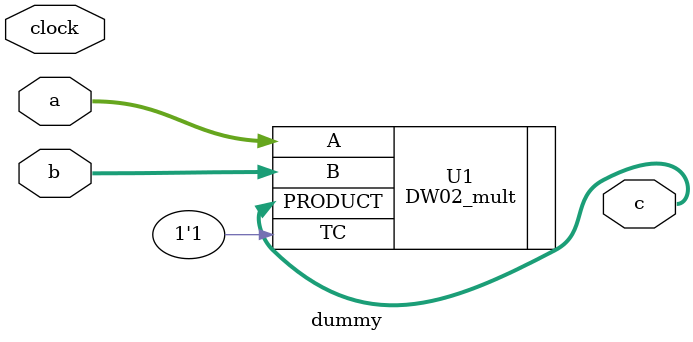
<source format=v>
module dummy( input clock, input [15:0] a, input [15:0] b, output [31:0] c );

   DW02_mult #(16, 16)
   U1 ( .A(a), .B(b), .TC(1'b1), .PRODUCT(c) );
endmodule

</source>
